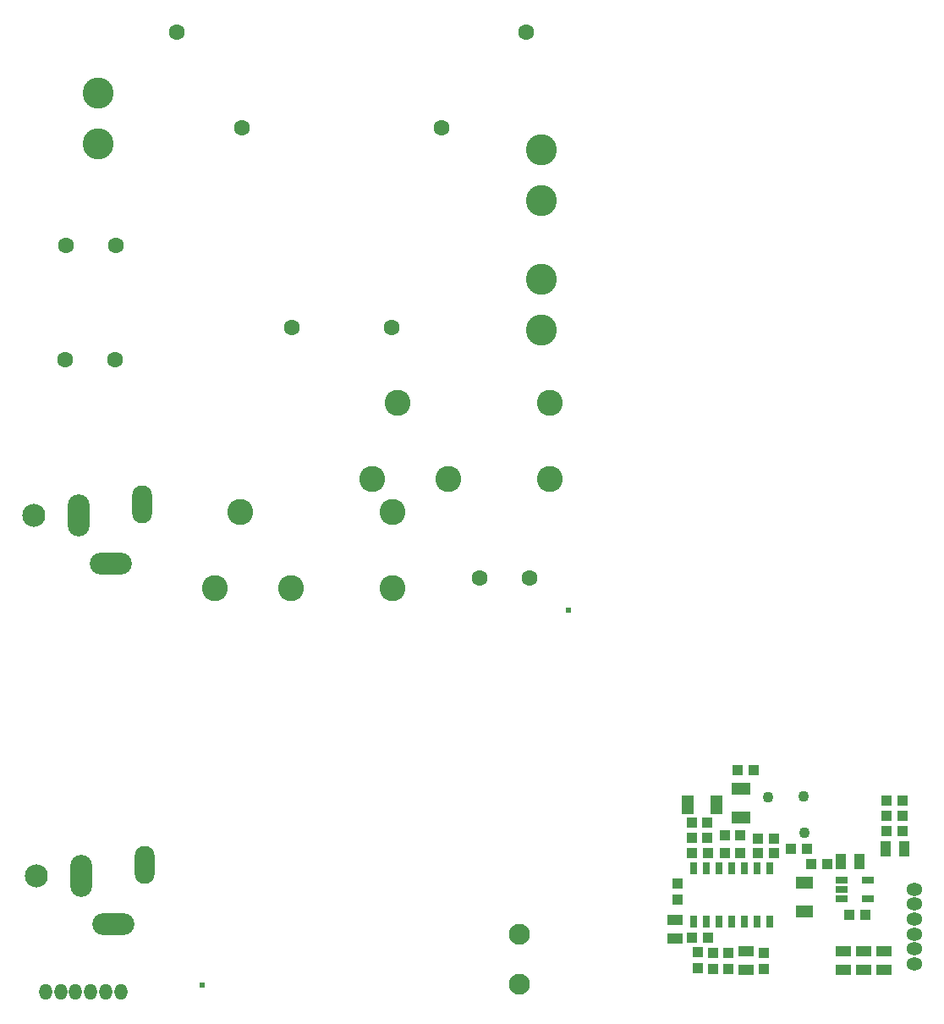
<source format=gbs>
G04*
G04 #@! TF.GenerationSoftware,Altium Limited,Altium Designer,23.11.1 (41)*
G04*
G04 Layer_Color=16711935*
%FSLAX25Y25*%
%MOIN*%
G70*
G04*
G04 #@! TF.SameCoordinates,8D3607F6-0EDD-4B5D-BFDE-71B222FAF683*
G04*
G04*
G04 #@! TF.FilePolarity,Negative*
G04*
G01*
G75*
%ADD55R,0.04331X0.06102*%
%ADD56R,0.04134X0.04331*%
%ADD67R,0.04331X0.04134*%
%ADD79R,0.06102X0.04331*%
%ADD86C,0.06299*%
%ADD87C,0.12205*%
%ADD88C,0.10236*%
%ADD89C,0.04331*%
%ADD90C,0.00394*%
%ADD91C,0.09068*%
%ADD92O,0.08674X0.16548*%
%ADD93O,0.16548X0.08674*%
%ADD94O,0.07887X0.14973*%
%ADD95O,0.05118X0.06299*%
%ADD96O,0.06299X0.05118*%
%ADD97C,0.08268*%
%ADD98C,0.02375*%
%ADD139R,0.07087X0.04921*%
%ADD140R,0.02677X0.05039*%
%ADD141R,0.04724X0.02756*%
%ADD142R,0.04921X0.07480*%
%ADD143R,0.07480X0.04921*%
D55*
X350719Y66718D02*
D03*
X358200D02*
D03*
X340479Y61718D02*
D03*
X332999D02*
D03*
D56*
X274352Y71025D02*
D03*
X280651D02*
D03*
X274440Y31718D02*
D03*
X280739D02*
D03*
X280651Y77025D02*
D03*
X274352D02*
D03*
X287352Y65025D02*
D03*
X293652D02*
D03*
X292440Y97718D02*
D03*
X298739D02*
D03*
X300502Y65025D02*
D03*
X306801D02*
D03*
X357609Y85718D02*
D03*
X351310D02*
D03*
Y73718D02*
D03*
X357609D02*
D03*
Y79718D02*
D03*
X351310D02*
D03*
X321440Y60718D02*
D03*
X327739D02*
D03*
X274502Y65025D02*
D03*
X280801D02*
D03*
X287352Y72025D02*
D03*
X293652D02*
D03*
X313440Y66718D02*
D03*
X319739D02*
D03*
X300589Y70718D02*
D03*
X306889D02*
D03*
X342889Y40718D02*
D03*
X336590D02*
D03*
D67*
X282739Y25718D02*
D03*
Y19418D02*
D03*
X288739Y25718D02*
D03*
Y19418D02*
D03*
X302739Y25718D02*
D03*
Y19418D02*
D03*
X276739Y25867D02*
D03*
Y19568D02*
D03*
X268739Y46718D02*
D03*
Y53017D02*
D03*
D79*
X267739Y38718D02*
D03*
Y31237D02*
D03*
X350000Y19000D02*
D03*
Y26480D02*
D03*
X342000Y19000D02*
D03*
Y26480D02*
D03*
X334000Y19000D02*
D03*
Y26480D02*
D03*
X295739Y18977D02*
D03*
Y26458D02*
D03*
D86*
X47417Y304417D02*
D03*
X27732D02*
D03*
X116732Y272047D02*
D03*
X156102D02*
D03*
X97047Y350787D02*
D03*
X175787D02*
D03*
X71569Y388417D02*
D03*
X209266D02*
D03*
X190732Y173417D02*
D03*
X210417D02*
D03*
X47260Y259417D02*
D03*
X27575D02*
D03*
D87*
X40417Y364417D02*
D03*
Y344417D02*
D03*
X215000Y271000D02*
D03*
Y291000D02*
D03*
Y322000D02*
D03*
Y342000D02*
D03*
D88*
X96417Y199417D02*
D03*
X156417D02*
D03*
X86417Y169417D02*
D03*
X116417D02*
D03*
X156417D02*
D03*
X158417Y242417D02*
D03*
X218417D02*
D03*
X148417Y212417D02*
D03*
X178417D02*
D03*
X218417D02*
D03*
D89*
X318681Y72976D02*
D03*
X304469Y86992D02*
D03*
X318524Y87169D02*
D03*
D90*
X247417Y162417D02*
D03*
Y174228D02*
D03*
D91*
X15221Y197976D02*
D03*
X16220Y55976D02*
D03*
D92*
X32937Y197976D02*
D03*
X33937Y55976D02*
D03*
D93*
X45535Y179079D02*
D03*
X46535Y37079D02*
D03*
D94*
X57740Y202307D02*
D03*
X58740Y60307D02*
D03*
D95*
X49323Y10417D02*
D03*
X43417D02*
D03*
X37512D02*
D03*
X31606D02*
D03*
X25701D02*
D03*
X19795D02*
D03*
D96*
X362000Y50811D02*
D03*
Y44905D02*
D03*
Y39000D02*
D03*
Y33094D02*
D03*
Y27189D02*
D03*
Y21283D02*
D03*
D97*
X206417Y13417D02*
D03*
Y33102D02*
D03*
D98*
X81500Y13000D02*
D03*
X225937Y160500D02*
D03*
D139*
X318739Y42009D02*
D03*
Y53426D02*
D03*
D140*
X275000Y59000D02*
D03*
X280000D02*
D03*
X285000D02*
D03*
X290000D02*
D03*
X295000D02*
D03*
X300000D02*
D03*
X305000D02*
D03*
Y38055D02*
D03*
X300000D02*
D03*
X295000D02*
D03*
X290000D02*
D03*
X285000D02*
D03*
X280000D02*
D03*
X275000D02*
D03*
D141*
X343857Y54458D02*
D03*
Y46977D02*
D03*
X333621Y54458D02*
D03*
Y50718D02*
D03*
Y46977D02*
D03*
D142*
X272793Y84025D02*
D03*
X284211D02*
D03*
D143*
X293739Y79009D02*
D03*
Y90426D02*
D03*
M02*

</source>
